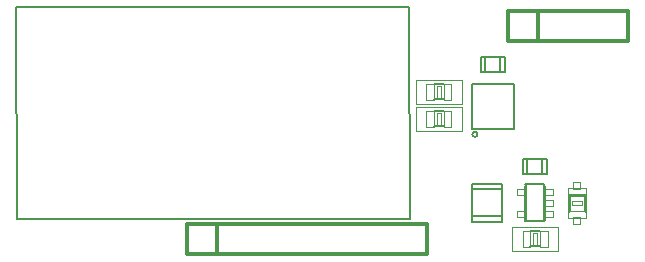
<source format=gto>
G04 (created by PCBNEW (2013-jul-07)-stable) date Thu 14 Aug 2014 04:05:27 PM EDT*
%MOIN*%
G04 Gerber Fmt 3.4, Leading zero omitted, Abs format*
%FSLAX34Y34*%
G01*
G70*
G90*
G04 APERTURE LIST*
%ADD10C,0.00590551*%
%ADD11C,0.012*%
%ADD12C,0.005*%
%ADD13C,0.0026*%
%ADD14C,0.01*%
%ADD15C,0.004*%
%ADD16C,0.006*%
%ADD17C,0.002*%
G04 APERTURE END LIST*
G54D10*
G54D11*
X87700Y-57000D02*
X95700Y-57000D01*
X95700Y-57000D02*
X95700Y-58000D01*
X95700Y-58000D02*
X87700Y-58000D01*
X87700Y-58000D02*
X87700Y-57000D01*
X88700Y-58000D02*
X88700Y-57000D01*
X98400Y-49900D02*
X98400Y-49900D01*
X98400Y-50900D02*
X98400Y-49900D01*
X98400Y-49900D02*
X98400Y-49900D01*
X98400Y-49900D02*
X102400Y-49900D01*
X102400Y-49900D02*
X102400Y-50900D01*
X102400Y-50900D02*
X98400Y-50900D01*
X99400Y-50900D02*
X99400Y-49900D01*
G54D12*
X98190Y-55670D02*
X97210Y-55670D01*
X97210Y-56930D02*
X98190Y-56930D01*
X98190Y-56750D02*
X97210Y-56750D01*
X97210Y-55850D02*
X98190Y-55850D01*
X97210Y-55670D02*
X97210Y-56930D01*
X98190Y-56930D02*
X98190Y-55670D01*
X99550Y-54850D02*
X99550Y-55350D01*
X99050Y-54850D02*
X99050Y-55340D01*
X98900Y-54850D02*
X99700Y-54850D01*
X99700Y-54850D02*
X99700Y-55350D01*
X99700Y-55350D02*
X98900Y-55350D01*
X98900Y-55350D02*
X98900Y-54850D01*
X97650Y-51950D02*
X97650Y-51450D01*
X98150Y-51950D02*
X98150Y-51460D01*
X98300Y-51950D02*
X97500Y-51950D01*
X97500Y-51950D02*
X97500Y-51450D01*
X97500Y-51450D02*
X98300Y-51450D01*
X98300Y-51450D02*
X98300Y-51950D01*
G54D10*
X82010Y-49770D02*
X82020Y-56820D01*
X95120Y-56820D02*
X95110Y-49770D01*
X82020Y-56820D02*
X95120Y-56820D01*
X82010Y-49770D02*
X95110Y-49770D01*
G54D13*
X99890Y-56772D02*
X99890Y-56575D01*
X99890Y-56575D02*
X99634Y-56575D01*
X99634Y-56772D02*
X99634Y-56575D01*
X99890Y-56772D02*
X99634Y-56772D01*
X99890Y-56398D02*
X99890Y-56202D01*
X99890Y-56202D02*
X99634Y-56202D01*
X99634Y-56398D02*
X99634Y-56202D01*
X99890Y-56398D02*
X99634Y-56398D01*
X99890Y-56025D02*
X99890Y-55828D01*
X99890Y-55828D02*
X99634Y-55828D01*
X99634Y-56025D02*
X99634Y-55828D01*
X99890Y-56025D02*
X99634Y-56025D01*
X98966Y-56025D02*
X98966Y-55828D01*
X98966Y-55828D02*
X98710Y-55828D01*
X98710Y-56025D02*
X98710Y-55828D01*
X98966Y-56025D02*
X98710Y-56025D01*
X98966Y-56772D02*
X98966Y-56575D01*
X98966Y-56575D02*
X98710Y-56575D01*
X98710Y-56772D02*
X98710Y-56575D01*
X98966Y-56772D02*
X98710Y-56772D01*
G54D12*
X98982Y-55682D02*
X99618Y-55682D01*
G54D14*
X99618Y-55741D02*
X99618Y-56859D01*
G54D12*
X99618Y-56918D02*
X98982Y-56918D01*
G54D14*
X98982Y-56859D02*
X98982Y-56466D01*
X98982Y-56466D02*
X98982Y-56134D01*
X98982Y-56134D02*
X98982Y-55741D01*
G54D12*
X98986Y-56910D02*
X98986Y-56851D01*
X99614Y-56910D02*
X99614Y-56851D01*
X99614Y-55671D02*
X99614Y-55749D01*
X98986Y-55690D02*
X98986Y-55749D01*
G54D13*
X100857Y-56378D02*
X100857Y-56222D01*
X100857Y-56222D02*
X100543Y-56222D01*
X100543Y-56378D02*
X100543Y-56222D01*
X100857Y-56378D02*
X100543Y-56378D01*
X100818Y-55828D02*
X100818Y-55592D01*
X100818Y-55592D02*
X100582Y-55592D01*
X100582Y-55828D02*
X100582Y-55592D01*
X100818Y-55828D02*
X100582Y-55828D01*
X100818Y-57008D02*
X100818Y-56772D01*
X100818Y-56772D02*
X100582Y-56772D01*
X100582Y-57008D02*
X100582Y-56772D01*
X100818Y-57008D02*
X100582Y-57008D01*
X101014Y-56811D02*
X101014Y-56575D01*
X101014Y-56575D02*
X100386Y-56575D01*
X100386Y-56811D02*
X100386Y-56575D01*
X101014Y-56811D02*
X100386Y-56811D01*
X101014Y-56025D02*
X101014Y-55789D01*
X101014Y-55789D02*
X100386Y-55789D01*
X100386Y-56025D02*
X100386Y-55789D01*
X101014Y-56025D02*
X100386Y-56025D01*
X100975Y-56082D02*
X100975Y-56004D01*
X100975Y-56004D02*
X100425Y-56004D01*
X100425Y-56082D02*
X100425Y-56004D01*
X100975Y-56082D02*
X100425Y-56082D01*
G54D15*
X100407Y-56680D02*
X100407Y-55920D01*
X100993Y-56680D02*
X100993Y-55920D01*
G54D14*
X100440Y-56580D02*
X100440Y-56020D01*
X100960Y-56580D02*
X100960Y-56020D01*
X100440Y-56020D02*
X100960Y-56020D01*
G54D13*
X99140Y-57225D02*
X98885Y-57225D01*
X98885Y-57225D02*
X98885Y-57776D01*
X99140Y-57776D02*
X98885Y-57776D01*
X99140Y-57225D02*
X99140Y-57776D01*
X99720Y-57225D02*
X99464Y-57225D01*
X99464Y-57225D02*
X99464Y-57776D01*
X99720Y-57776D02*
X99464Y-57776D01*
X99720Y-57225D02*
X99720Y-57776D01*
X99378Y-57304D02*
X99222Y-57304D01*
X99222Y-57304D02*
X99222Y-57696D01*
X99378Y-57696D02*
X99222Y-57696D01*
X99378Y-57304D02*
X99378Y-57696D01*
G54D16*
X99461Y-57750D02*
X99139Y-57750D01*
X99461Y-57250D02*
X99139Y-57250D01*
G54D17*
X100076Y-57887D02*
X98524Y-57887D01*
X98524Y-57887D02*
X98524Y-57113D01*
X98524Y-57113D02*
X100076Y-57113D01*
X100076Y-57113D02*
X100076Y-57887D01*
G54D13*
X96260Y-52875D02*
X96515Y-52875D01*
X96515Y-52875D02*
X96515Y-52324D01*
X96260Y-52324D02*
X96515Y-52324D01*
X96260Y-52875D02*
X96260Y-52324D01*
X95680Y-52875D02*
X95936Y-52875D01*
X95936Y-52875D02*
X95936Y-52324D01*
X95680Y-52324D02*
X95936Y-52324D01*
X95680Y-52875D02*
X95680Y-52324D01*
X96022Y-52796D02*
X96178Y-52796D01*
X96178Y-52796D02*
X96178Y-52404D01*
X96022Y-52404D02*
X96178Y-52404D01*
X96022Y-52796D02*
X96022Y-52404D01*
G54D16*
X95939Y-52350D02*
X96261Y-52350D01*
X95939Y-52850D02*
X96261Y-52850D01*
G54D17*
X95324Y-52213D02*
X96876Y-52213D01*
X96876Y-52213D02*
X96876Y-52987D01*
X96876Y-52987D02*
X95324Y-52987D01*
X95324Y-52987D02*
X95324Y-52213D01*
G54D13*
X96260Y-53775D02*
X96515Y-53775D01*
X96515Y-53775D02*
X96515Y-53224D01*
X96260Y-53224D02*
X96515Y-53224D01*
X96260Y-53775D02*
X96260Y-53224D01*
X95680Y-53775D02*
X95936Y-53775D01*
X95936Y-53775D02*
X95936Y-53224D01*
X95680Y-53224D02*
X95936Y-53224D01*
X95680Y-53775D02*
X95680Y-53224D01*
X96022Y-53696D02*
X96178Y-53696D01*
X96178Y-53696D02*
X96178Y-53304D01*
X96022Y-53304D02*
X96178Y-53304D01*
X96022Y-53696D02*
X96022Y-53304D01*
G54D16*
X95939Y-53250D02*
X96261Y-53250D01*
X95939Y-53750D02*
X96261Y-53750D01*
G54D17*
X95324Y-53113D02*
X96876Y-53113D01*
X96876Y-53113D02*
X96876Y-53887D01*
X96876Y-53887D02*
X95324Y-53887D01*
X95324Y-53887D02*
X95324Y-53113D01*
G54D10*
X97386Y-54010D02*
G75*
G03X97386Y-54010I-86J0D01*
G74*
G01*
X98610Y-53850D02*
X98610Y-52350D01*
X97190Y-53850D02*
X98610Y-53850D01*
X97190Y-52350D02*
X97190Y-53850D01*
X98610Y-52350D02*
X97190Y-52350D01*
M02*

</source>
